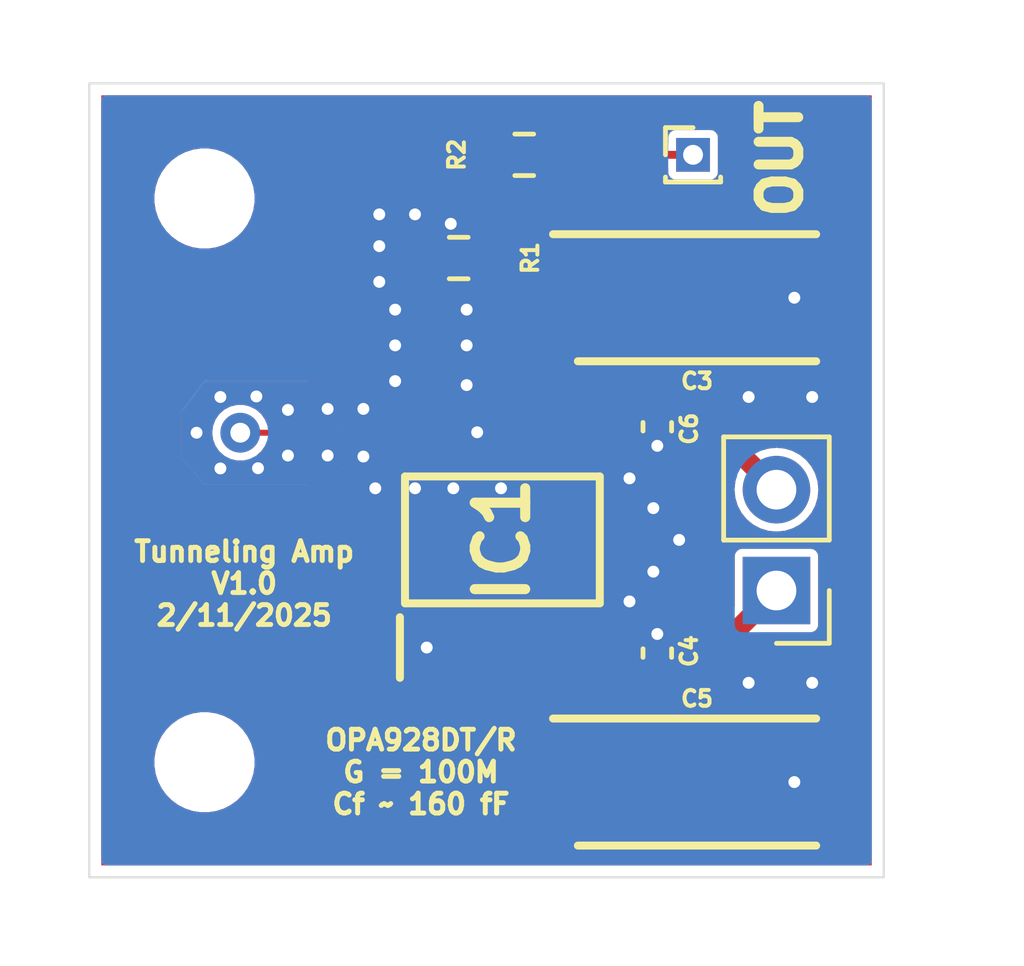
<source format=kicad_pcb>
(kicad_pcb (version 20240108) (generator "pcbnew") (generator_version "8.0")
  (layers (0 "F.Cu" signal) (1 "In1.Cu" signal) (2 "In2.Cu" signal) (31 "B.Cu" signal) (34 "B.Paste" user) (35 "F.Paste" user) (36 "B.SilkS" user "B.Silkscreen") (37 "F.SilkS" user "F.Silkscreen") (38 "B.Mask" user) (39 "F.Mask" user) (44 "Edge.Cuts" user))
  (net 0 "")
  (net 1 "GND")
  (net 2 "-15V")
  (net 3 "+15V")
  (net 4 "Net-(IC1-OUT)")
  (net 5 "/Tip")
  (net 7 "/Preamp_OUT")
  (footprint "293D475X9035C2TE3:CAPPM6032X280N" (layer "F.Cu") (at 106.9 65.7)
    (property "Reference" "C5" (at 0 -2.1 0) (layer "F.SilkS") (effects (font (size 0.4 0.4) (thickness 0.1))))
    (property "Value" "4.7uF" (hide yes))
    (fp_line (start -3 1.6) (end 3 1.6) (stroke (width 0.2)) (layer "F.SilkS"))
    (fp_line (start 3 -1.6) (end -3.625 -1.6) (stroke (width 0.2)) (layer "F.SilkS"))
    (pad "1" smd rect (at -2.45 0 90) (size 2.25 2.35) (layers "F.Cu" "F.Paste" "F.Mask") (net 3 "+15V"))
    (pad "2" smd rect (at 2.45 0 90) (size 2.25 2.35) (layers "F.Cu" "F.Paste" "F.Mask") (net 1 "GND"))
  )
  (footprint "MountingHole:MountingHole_2.2mm_M2" (layer "F.Cu") (at 94.5 65.2 90)
    (property "Reference" "H1" (hide yes))
    (property "Value" "MountingHole")
    (pad "" np_thru_hole circle (at 0 0 90) (size 2.2 2.2) (drill 2.2) (layers "*.Cu" "*.Mask"))
  )
  (footprint "Connector_PinHeader_1.00mm:PinHeader_1x01_P1.00mm_Vertical" (layer "F.Cu") (at 106.8 49.9)
    (property "Reference" "TP1" (hide yes))
    (property "Value" "WirePad")
    (fp_line (start -0.695 -0.685) (end 0 -0.685) (stroke (width 0.12)) (layer "F.SilkS"))
    (fp_line (start -0.695 0) (end -0.695 -0.685) (stroke (width 0.12)) (layer "F.SilkS"))
    (fp_line (start -0.695 0.685) (end -0.695 0.56) (stroke (width 0.12)) (layer "F.SilkS"))
    (fp_line (start -0.695 0.685) (end -0.608276 0.685) (stroke (width 0.12)) (layer "F.SilkS"))
    (fp_line (start -0.695 0.685) (end 0.695 0.685) (stroke (width 0.12)) (layer "F.SilkS"))
    (fp_line (start 0.608276 0.685) (end 0.695 0.685) (stroke (width 0.12)) (layer "F.SilkS"))
    (fp_line (start 0.695 0.685) (end 0.695 0.56) (stroke (width 0.12)) (layer "F.SilkS"))
    (pad "1" thru_hole rect (at 0 0) (size 0.85 0.85) (drill 0.5) (layers "*.Cu" "*.Mask") (net 7 "/Preamp_OUT"))
  )
  (footprint "Capacitor_SMD:C_0402_1005Metric" (layer "F.Cu") (at 105.9 56.75 -90)
    (property "Reference" "C6" (at 0.05 -0.8 -90) (layer "F.SilkS") (effects (font (size 0.4 0.4) (thickness 0.1))))
    (property "Value" "100nF")
    (fp_line (start -0.107836 0.36) (end 0.107836 0.36) (stroke (width 0.12)) (layer "F.SilkS"))
    (fp_line (start -0.107836 -0.36) (end 0.107836 -0.36) (stroke (width 0.12)) (layer "F.SilkS"))
    (pad "1" smd roundrect (at -0.48 0 270) (size 0.56 0.62) (layers "F.Cu" "F.Paste" "F.Mask") (net 2 "-15V"))
    (pad "2" smd roundrect (at 0.48 0 270) (size 0.56 0.62) (layers "F.Cu" "F.Paste" "F.Mask") (net 1 "GND"))
  )
  (footprint "Connector_PinHeader_2.54mm:PinHeader_1x02_P2.54mm_Vertical" (layer "F.Cu") (at 108.9 60.875 180)
    (property "Reference" "J1" (hide yes))
    (property "Value" "Conn_01x02_Pin")
    (fp_line (start 1.33 1.27) (end 1.33 3.87) (stroke (width 0.12)) (layer "F.SilkS"))
    (fp_line (start -1.33 3.87) (end 1.33 3.87) (stroke (width 0.12)) (layer "F.SilkS"))
    (fp_line (start -1.33 1.27) (end 1.33 1.27) (stroke (width 0.12)) (layer "F.SilkS"))
    (fp_line (start -1.33 1.27) (end -1.33 3.87) (stroke (width 0.12)) (layer "F.SilkS"))
    (fp_line (start -1.33 0) (end -1.33 -1.33) (stroke (width 0.12)) (layer "F.SilkS"))
    (fp_line (start -1.33 -1.33) (end 0 -1.33) (stroke (width 0.12)) (layer "F.SilkS"))
    (pad "1" thru_hole rect (at 0 0 180) (size 1.7 1.7) (drill 1) (layers "*.Cu" "*.Mask") (net 3 "+15V"))
    (pad "2" thru_hole oval (at 0 2.54 180) (size 1.7 1.7) (drill 1) (layers "*.Cu" "*.Mask") (net 2 "-15V"))
  )
  (footprint "SamacSys_Parts:SOIC127P600X175-8N" (layer "F.Cu") (at 102 59.6 90)
    (property "Reference" "IC1" (at 0 0 90) (layer "F.SilkS") (effects (font (size 1.27 1.27) (thickness 0.254))))
    (property "Value" "OPA928DT" (hide yes))
    (fp_line (start -3.475 -2.58) (end -1.948 -2.58) (stroke (width 0.2)) (layer "F.SilkS"))
    (fp_line (start 1.598 -2.452) (end 1.598 2.452) (stroke (width 0.2)) (layer "F.SilkS"))
    (fp_line (start -1.598 -2.452) (end 1.598 -2.452) (stroke (width 0.2)) (layer "F.SilkS"))
    (fp_line (start 1.598 2.452) (end -1.598 2.452) (stroke (width 0.2)) (layer "F.SilkS"))
    (fp_line (start -1.598 2.452) (end -1.598 -2.452) (stroke (width 0.2)) (layer "F.SilkS"))
    (pad "1" smd rect (at -2.711 -1.905 180) (size 0.65 1.528) (layers "F.Cu" "F.Paste" "F.Mask") (net 1 "GND"))
    (pad "2" smd rect (at -2.711 -0.635 180) (size 0.65 1.528) (layers "F.Cu" "F.Paste" "F.Mask") (net 1 "GND"))
    (pad "3" smd rect (at -2.711 0.635 180) (size 0.65 1.528) (layers "F.Cu" "F.Paste" "F.Mask"))
    (pad "4" smd rect (at -2.711 1.905 180) (size 0.65 1.528) (layers "F.Cu" "F.Paste" "F.Mask") (net 3 "+15V"))
    (pad "5" smd rect (at 2.711 1.905 180) (size 0.65 1.528) (layers "F.Cu" "F.Paste" "F.Mask") (net 2 "-15V"))
    (pad "6" smd rect (at 2.711 0.635 180) (size 0.65 1.528) (layers "F.Cu" "F.Paste" "F.Mask") (net 4 "Net-(IC1-OUT)"))
    (pad "7" smd rect (at 2.711 -0.635 180) (size 0.65 1.528) (layers "F.Cu" "F.Paste" "F.Mask") (net 1 "GND"))
    (pad "8" smd rect (at 2.711 -1.905 180) (size 0.65 1.528) (layers "F.Cu" "F.Paste" "F.Mask") (net 5 "/Tip"))
  )
  (footprint "Resistor_SMD:R_0603_1608Metric" (layer "F.Cu") (at 100.9 52.5)
    (property "Reference" "R1" (at 1.8 0 -90) (layer "F.SilkS") (effects (font (size 0.4 0.4) (thickness 0.1))))
    (property "Value" "100M")
    (fp_line (start -0.237258 -0.5225) (end 0.237258 -0.5225) (stroke (width 0.12)) (layer "F.SilkS"))
    (fp_line (start -0.237258 0.5225) (end 0.237258 0.5225) (stroke (width 0.12)) (layer "F.SilkS"))
    (pad "1" smd roundrect (at -0.825 0) (size 0.8 0.95) (layers "F.Cu" "F.Paste" "F.Mask") (net 5 "/Tip"))
    (pad "2" smd roundrect (at 0.825 0) (size 0.8 0.95) (layers "F.Cu" "F.Paste" "F.Mask") (net 4 "Net-(IC1-OUT)"))
  )
  (footprint "Capacitor_SMD:C_0402_1005Metric" (layer "F.Cu") (at 105.9 62.45 90)
    (property "Reference" "C4" (at 0.05 0.8 -90) (layer "F.SilkS") (effects (font (size 0.4 0.4) (thickness 0.1))))
    (property "Value" "100nF")
    (fp_line (start -0.107836 -0.36) (end 0.107836 -0.36) (stroke (width 0.12)) (layer "F.SilkS"))
    (fp_line (start -0.107836 0.36) (end 0.107836 0.36) (stroke (width 0.12)) (layer "F.SilkS"))
    (pad "1" smd roundrect (at -0.48 0 90) (size 0.56 0.62) (layers "F.Cu" "F.Paste" "F.Mask") (net 3 "+15V"))
    (pad "2" smd roundrect (at 0.48 0 90) (size 0.56 0.62) (layers "F.Cu" "F.Paste" "F.Mask") (net 1 "GND"))
  )
  (footprint "293D475X9035C2TE3:CAPPM6032X280N" (layer "F.Cu") (at 106.9 53.5)
    (property "Reference" "C3" (at 0 2.1 0) (layer "F.SilkS") (effects (font (size 0.4 0.4) (thickness 0.1))))
    (property "Value" "4.7uF" (hide yes))
    (fp_line (start -3 1.6) (end 3 1.6) (stroke (width 0.2)) (layer "F.SilkS"))
    (fp_line (start 3 -1.6) (end -3.625 -1.6) (stroke (width 0.2)) (layer "F.SilkS"))
    (pad "1" smd rect (at -2.45 0 90) (size 2.25 2.35) (layers "F.Cu" "F.Paste" "F.Mask") (net 2 "-15V"))
    (pad "2" smd rect (at 2.45 0 90) (size 2.25 2.35) (layers "F.Cu" "F.Paste" "F.Mask") (net 1 "GND"))
  )
  (footprint "Resistor_SMD:R_0603_1608Metric" (layer "F.Cu") (at 102.55 49.9)
    (property "Reference" "R2" (at -1.7 0 90) (layer "F.SilkS") (effects (font (size 0.4 0.4) (thickness 0.1))))
    (property "Value" "220")
    (fp_line (start -0.237258 -0.5225) (end 0.237258 -0.5225) (stroke (width 0.12)) (layer "F.SilkS"))
    (fp_line (start -0.237258 0.5225) (end 0.237258 0.5225) (stroke (width 0.12)) (layer "F.SilkS"))
    (pad "1" smd roundrect (at -0.825 0) (size 0.8 0.95) (layers "F.Cu" "F.Paste" "F.Mask") (net 4 "Net-(IC1-OUT)"))
    (pad "2" smd roundrect (at 0.825 0) (size 0.8 0.95) (layers "F.Cu" "F.Paste" "F.Mask") (net 7 "/Preamp_OUT"))
  )
  (footprint "MountingHole:MountingHole_2.2mm_M2" (layer "F.Cu") (at 94.5 51)
    (property "Reference" "H2" (hide yes))
    (property "Value" "MountingHole")
    (pad "" np_thru_hole circle (at 0 0) (size 2.2 2.2) (drill 2.2) (layers "*.Cu" "*.Mask"))
  )
  (gr_rect (start 91.6 48.1) (end 111.6 68.1) (stroke (width 0.05)) (fill none) (layer "Edge.Cuts"))
  (gr_text "OUT" (at 109 50 90) (layer "F.SilkS") (effects (font (size 1 1) (thickness 0.25))))
  (gr_text "Tunneling Amp\nV1.0\n2/11/2025" (at 95.5 60.7 0) (layer "F.SilkS") (effects (font (size 0.5 0.5) (thickness 0.125))))
  (gr_text "OPA928DT/R\nG = 100M\nCf ~ 160 fF" (at 99.95 65.45 0) (layer "F.SilkS") (effects (font (size 0.5 0.5) (thickness 0.125))))
  (segment (start 101.365 62.311) (end 101.365 56.889) (width 0.3) (layer "F.Cu") (net 1))
  (via (at 100.7 51.636919) (size 0.6) (drill 0.3) (layers "F.Cu" "B.Cu") (net 1))
  (via (at 105.8 58.8) (size 0.6) (drill 0.3) (layers "F.Cu" "B.Cu") (net 1))
  (via (at 98.9 53.1) (size 0.6) (drill 0.3) (layers "F.Cu" "B.Cu") (net 1))
  (via (at 96.6 57.475) (size 0.6) (drill 0.3) (layers "F.Cu" "B.Cu") (net 1))
  (via (at 99.3 54.7) (size 0.6) (drill 0.3) (layers "F.Cu" "B.Cu") (net 1))
  (via (at 105.9 61.97) (size 0.6) (drill 0.3) (layers "F.Cu" "B.Cu") (net 1))
  (via (at 101.1 53.8) (size 0.6) (drill 0.3) (layers "F.Cu" "B.Cu") (net 1))
  (via (at 94.9 57.8) (size 0.6) (drill 0.3) (layers "F.Cu" "B.Cu") (net 1))
  (via (at 101.1 55.7) (size 0.6) (drill 0.3) (layers "F.Cu" "B.Cu") (net 1))
  (via (at 105.9 57.23) (size 0.6) (drill 0.3) (layers "F.Cu" "B.Cu") (net 1))
  (via (at 97.6 57.475) (size 0.6) (drill 0.3) (layers "F.Cu" "B.Cu") (net 1))
  (via (at 95.80614 55.986186) (size 0.6) (drill 0.3) (layers "F.Cu" "B.Cu") (net 1))
  (via (at 98.5 56.3) (size 0.6) (drill 0.3) (layers "F.Cu" "B.Cu") (net 1))
  (via (at 109.8 56) (size 0.6) (drill 0.3) (layers "F.Cu" "B.Cu") (net 1))
  (via (at 98.9 52.2) (size 0.6) (drill 0.3) (layers "F.Cu" "B.Cu") (net 1))
  (via (at 96.6 56.325) (size 0.6) (drill 0.3) (layers "F.Cu" "B.Cu") (net 1))
  (via (at 101.365 56.889) (size 0.6) (drill 0.3) (layers "F.Cu" "B.Cu") (net 1))
  (via (at 99.3 53.8) (size 0.6) (drill 0.3) (layers "F.Cu" "B.Cu") (net 1))
  (via (at 105.2 61.15) (size 0.6) (drill 0.3) (layers "F.Cu" "B.Cu") (net 1))
  (via (at 105.2 58.05) (size 0.6) (drill 0.3) (layers "F.Cu" "B.Cu") (net 1))
  (via (at 98.9 51.4) (size 0.6) (drill 0.3) (layers "F.Cu" "B.Cu") (net 1))
  (via (at 99.8 58.3) (size 0.6) (drill 0.3) (layers "F.Cu" "B.Cu") (net 1))
  (via (at 98.5 57.5) (size 0.6) (drill 0.3) (layers "F.Cu" "B.Cu") (net 1))
  (via (at 109.8 63.2) (size 0.6) (drill 0.3) (layers "F.Cu" "B.Cu") (net 1))
  (via (at 100.095 62.311) (size 0.6) (drill 0.3) (layers "F.Cu" "B.Cu") (net 1))
  (via (at 106.45 59.6) (size 0.6) (drill 0.3) (layers "F.Cu" "B.Cu") (net 1))
  (via (at 94.3 56.9) (size 0.6) (drill 0.3) (layers "F.Cu" "B.Cu") (net 1))
  (via (at 94.9 56) (size 0.6) (drill 0.3) (layers "F.Cu" "B.Cu") (net 1))
  (via (at 109.35 65.7) (size 0.6) (drill 0.3) (layers "F.Cu" "B.Cu") (net 1))
  (via (at 105.8 60.4) (size 0.6) (drill 0.3) (layers "F.Cu" "B.Cu") (net 1))
  (via (at 101.965 58.3) (size 0.6) (drill 0.3) (layers "F.Cu" "B.Cu") (net 1))
  (via (at 95.847215 57.794429) (size 0.6) (drill 0.3) (layers "F.Cu" "B.Cu") (net 1))
  (via (at 99.8 51.4) (size 0.6) (drill 0.3) (layers "F.Cu" "B.Cu") (net 1))
  (via (at 98.8 58.3) (size 0.6) (drill 0.3) (layers "F.Cu" "B.Cu") (net 1))
  (via (at 99.3 55.6) (size 0.6) (drill 0.3) (layers "F.Cu" "B.Cu") (net 1))
  (via (at 109.35 53.5) (size 0.6) (drill 0.3) (layers "F.Cu" "B.Cu") (net 1))
  (via (at 108.2 56) (size 0.6) (drill 0.3) (layers "F.Cu" "B.Cu") (net 1))
  (via (at 97.6 56.3) (size 0.6) (drill 0.3) (layers "F.Cu" "B.Cu") (net 1))
  (via (at 101.1 54.7) (size 0.6) (drill 0.3) (layers "F.Cu" "B.Cu") (net 1))
  (via (at 108.2 63.2) (size 0.6) (drill 0.3) (layers "F.Cu" "B.Cu") (net 1))
  (via (at 100.765 58.3) (size 0.6) (drill 0.3) (layers "F.Cu" "B.Cu") (net 1))
  (segment (start 104.524 56.27) (end 103.905 56.889) (width 0.5) (layer "F.Cu") (net 2))
  (segment (start 103.905 56.889) (end 103.905 54.045) (width 0.5) (layer "F.Cu") (net 2))
  (segment (start 105.9 56.27) (end 104.524 56.27) (width 0.5) (layer "F.Cu") (net 2))
  (segment (start 103.905 54.045) (end 104.45 53.5) (width 0.5) (layer "F.Cu") (net 2))
  (segment (start 105.9 56.27) (end 106.835 56.27) (width 0.5) (layer "F.Cu") (net 2))
  (segment (start 106.835 56.27) (end 108.9 58.335) (width 0.5) (layer "F.Cu") (net 2))
  (segment (start 103.905 62.311) (end 104.524 62.93) (width 0.5) (layer "F.Cu") (net 3))
  (segment (start 106.845 62.93) (end 108.9 60.875) (width 0.5) (layer "F.Cu") (net 3))
  (segment (start 104.524 62.93) (end 105.9 62.93) (width 0.5) (layer "F.Cu") (net 3))
  (segment (start 103.905 65.155) (end 104.45 65.7) (width 0.5) (layer "F.Cu") (net 3))
  (segment (start 103.905 62.311) (end 103.905 65.155) (width 0.5) (layer "F.Cu") (net 3))
  (segment (start 105.9 62.93) (end 106.845 62.93) (width 0.5) (layer "F.Cu") (net 3))
  (segment (start 102.635 53.41) (end 101.725 52.5) (width 0.15) (layer "F.Cu") (net 4))
  (segment (start 101.725 52.5) (end 102 52.775) (width 0.15) (layer "F.Cu") (net 4))
  (segment (start 102.635 56.889) (end 102.635 53.41) (width 0.15) (layer "F.Cu") (net 4))
  (segment (start 101.725 49.9) (end 101.725 52.5) (width 0.2) (layer "F.Cu") (net 4))
  (segment (start 95.4 56.9) (end 100 56.9) (width 0.15) (layer "F.Cu") (net 5))
  (segment (start 100.075 56.869) (end 100.095 56.889) (width 0.15) (layer "F.Cu") (net 5))
  (segment (start 100.075 52.5) (end 100.075 56.869) (width 0.15) (layer "F.Cu") (net 5))
  (segment (start 100.011 56.889) (end 100.095 56.889) (width 0.15) (layer "F.Cu") (net 5))
  (segment (start 100 56.9) (end 100.011 56.889) (width 0.15) (layer "F.Cu") (net 5))
  (via (at 95.4 56.9) (size 1) (drill 0.5) (layers "F.Cu" "B.Cu") (net 5))
  (segment (start 103.375 49.9) (end 106.8 49.9) (width 0.2) (layer "F.Cu") (net 7))
  (zone (net 0) (net_name "") (layer "F.Cu") (name "GND KEEP OUT") (connect_pads (clearance 0)) (min_thickness 0.025)
    (keepout (tracks allowed) (vias allowed) (pads allowed) (copperpour not_allowed) (footprints allowed))
    (fill (thermal_gap 0.2) (thermal_bridge_width 0.5))
    (polygon (pts (xy 99.4 61.25) (xy 104.5 61.25) (xy 104.5 63.4) (xy 99.4 63.4)))
  )
  (zone (net 0) (net_name "") (layer "F.Cu") (name "GND KEEP OUT") (connect_pads (clearance 0)) (min_thickness 0.025)
    (keepout (tracks allowed) (vias allowed) (pads allowed) (copperpour not_allowed) (footprints allowed))
    (fill (thermal_gap 0.2) (thermal_bridge_width 0.5))
    (polygon (pts (xy 101.75 55.85) (xy 104.5 55.85) (xy 104.5 58) (xy 101.75 58)))
  )
  (zone (net 0) (net_name "") (layer "F.Cu") (name "GND KEEP OUT") (connect_pads (clearance 0)) (min_thickness 0.025)
    (keepout (tracks allowed) (vias allowed) (pads allowed) (copperpour not_allowed) (footprints allowed))
    (fill (thermal_gap 0.2) (thermal_bridge_width 0.5))
    (polygon (pts (xy 102.5 53.25) (xy 103.75 53.25) (xy 103.75 55.75) (xy 102.5 55.75)))
  )
  (zone (net 0) (net_name "") (layer "F.Cu") (name "GND KEEP OUT") (connect_pads (clearance 0)) (min_thickness 0.025)
    (keepout (tracks allowed) (vias allowed) (pads allowed) (copperpour not_allowed) (footprints allowed))
    (fill (thermal_gap 0.2) (thermal_bridge_width 0.5))
    (polygon (pts (xy 101.05 58.7) (xy 101.65 58.7) (xy 101.65 61.35) (xy 101.05 61.35)))
  )
  (zone (net 0) (net_name "") (layer "F.Cu") (name "GND KEEP OUT") (connect_pads (clearance 0)) (min_thickness 0.025)
    (keepout (tracks allowed) (vias allowed) (pads allowed) (copperpour not_allowed) (footprints allowed))
    (fill (thermal_gap 0.2) (thermal_bridge_width 0.5))
    (polygon (pts (xy 101 53.25) (xy 101 51.85) (xy 102.5 51.85) (xy 102.5 53.25)))
  )
  (zone (net 1) (net_name "GND") (layer "F.Cu") (name "GND KEEP OUT") (priority 3) (connect_pads (clearance 0)) (min_thickness 0.025) (fill yes (thermal_gap 0.2) (thermal_bridge_width 0.5))
    (polygon (pts (xy 90.5 47.5) (xy 112.75 47.5) (xy 112.5 68.75) (xy 90 68.75)))
  )
  (zone (net 0) (net_name "") (layer "F.Cu") (name "GND SEP") (connect_pads (clearance 0)) (min_thickness 0.025)
    (keepout (tracks allowed) (vias allowed) (pads allowed) (copperpour not_allowed) (footprints allowed))
    (fill (thermal_gap 0.2) (thermal_bridge_width 0.5))
    (polygon (pts (xy 94.5 55.4) (xy 94.6 55.6) (xy 97.1 55.6) (xy 98.1 54.6) (xy 98.1 51.7) (xy 98.7 50.8) (xy 100.1 50.8) (xy 100.1 50.6) (xy 98.6 50.6) (xy 97.9 51.6) (xy 97.9 54.6) (xy 97.1 55.4)))
  )
  (zone (net 0) (net_name "") (layer "F.Cu") (name "GND KEEP OUT") (connect_pads (clearance 0)) (min_thickness 0.025)
    (keepout (tracks allowed) (vias allowed) (pads allowed) (copperpour not_allowed) (footprints allowed))
    (fill (thermal_gap 0.2) (thermal_bridge_width 0.5))
    (polygon (pts (xy 94.5 55.4) (xy 93.7 56.3) (xy 93.7 57.6) (xy 94.4 58.4) (xy 97.4 58.4) (xy 97.9 58.9) (xy 101.8 58.9) (xy 101.8 53.6) (xy 101.1 53.1) (xy 101.1 51.3) (xy 100.1 50.6) (xy 100.1 50.8) (xy 100.9 51.4) (xy 100.9 53.2) (xy 101.6 53.7) (xy 101.6 58.7) (xy 98.1 58.7) (xy 97.6 58.2) (xy 94.5 58.2) (xy 93.9 57.5) (xy 93.9 56.4) (xy 94.6 55.6)))
  )
  (zone (net 1) (net_name "GND") (layers "In2.Cu" "B.Cu") (name "GRND Fence") (priority 2) (connect_pads (clearance 0)) (min_thickness 0.25) (fill yes (thermal_gap 0.5) (thermal_bridge_width 0.5))
    (polygon (pts (xy 93.9 56.4) (xy 94.5 55.6) (xy 97.1 55.6) (xy 98 56.1) (xy 98 57.7) (xy 97.1 58.2) (xy 94.5 58.2) (xy 93.9 57.5)))
  )
  (zone (net 1) (net_name "GND") (layer "B.Cu") (name "GRND Fence") (connect_pads (clearance 0)) (min_thickness 0.25) (fill yes (thermal_gap 0.5) (thermal_bridge_width 0.5))
    (polygon (pts (xy 112 46) (xy 112 70) (xy 91 70) (xy 91 46)))
  )
)
</source>
